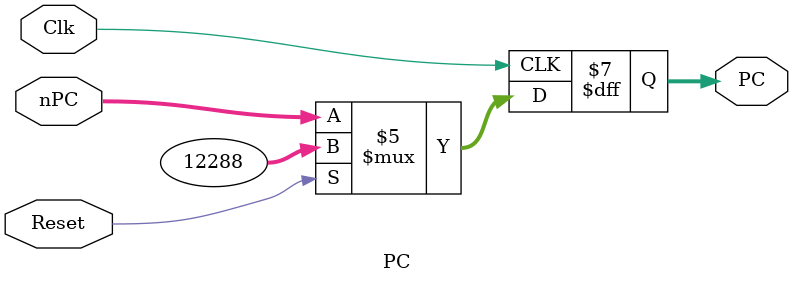
<source format=v>
module PC(
    input Clk,
     input Reset,
     input [31:0] nPC,
    output reg[31:0] PC
    );
     
    initial begin
        PC <= 32'h0000_3000;
    end

    always @ (posedge Clk) begin
        if(Reset == 1)    PC <= 32'h0000_3000;
        else                PC <= nPC;
    end

endmodule
</source>
